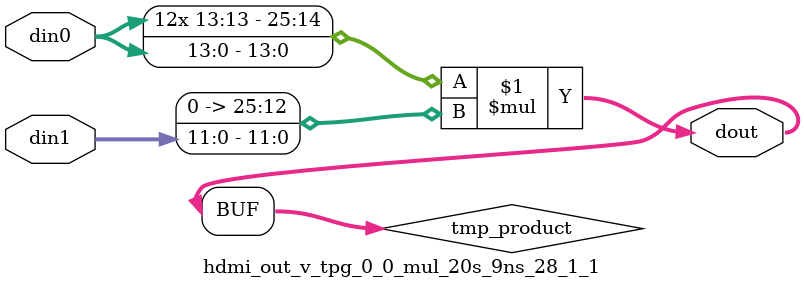
<source format=v>

`timescale 1 ns / 1 ps

  module hdmi_out_v_tpg_0_0_mul_20s_9ns_28_1_1(din0, din1, dout);
parameter ID = 1;
parameter NUM_STAGE = 0;
parameter din0_WIDTH = 14;
parameter din1_WIDTH = 12;
parameter dout_WIDTH = 26;

input [din0_WIDTH - 1 : 0] din0; 
input [din1_WIDTH - 1 : 0] din1; 
output [dout_WIDTH - 1 : 0] dout;

wire signed [dout_WIDTH - 1 : 0] tmp_product;












assign tmp_product = $signed(din0) * $signed({1'b0, din1});









assign dout = tmp_product;







endmodule

</source>
